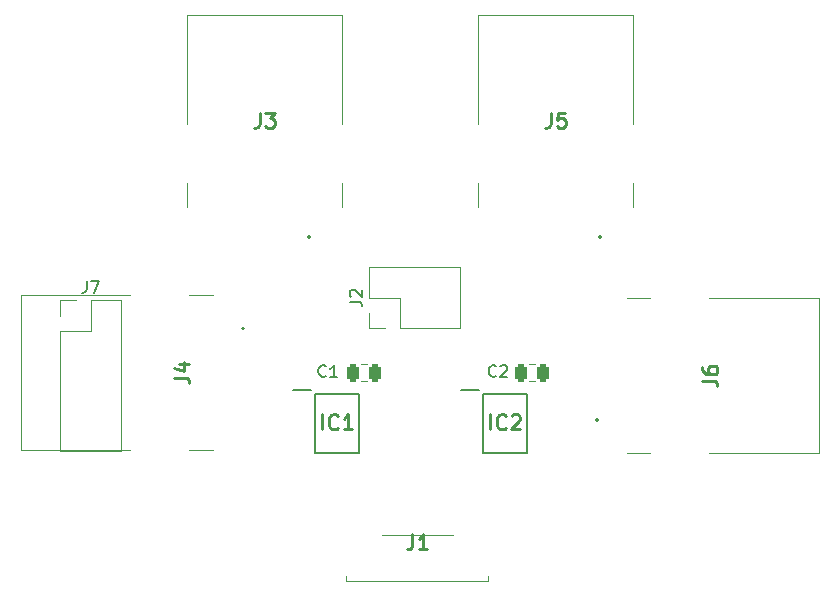
<source format=gto>
%TF.GenerationSoftware,KiCad,Pcbnew,7.0.0-da2b9df05c~163~ubuntu22.04.1*%
%TF.CreationDate,2023-02-19T22:43:29+00:00*%
%TF.ProjectId,userioswitch,75736572-696f-4737-9769-7463682e6b69,rev?*%
%TF.SameCoordinates,Original*%
%TF.FileFunction,Legend,Top*%
%TF.FilePolarity,Positive*%
%FSLAX46Y46*%
G04 Gerber Fmt 4.6, Leading zero omitted, Abs format (unit mm)*
G04 Created by KiCad (PCBNEW 7.0.0-da2b9df05c~163~ubuntu22.04.1) date 2023-02-19 22:43:29*
%MOMM*%
%LPD*%
G01*
G04 APERTURE LIST*
G04 Aperture macros list*
%AMRoundRect*
0 Rectangle with rounded corners*
0 $1 Rounding radius*
0 $2 $3 $4 $5 $6 $7 $8 $9 X,Y pos of 4 corners*
0 Add a 4 corners polygon primitive as box body*
4,1,4,$2,$3,$4,$5,$6,$7,$8,$9,$2,$3,0*
0 Add four circle primitives for the rounded corners*
1,1,$1+$1,$2,$3*
1,1,$1+$1,$4,$5*
1,1,$1+$1,$6,$7*
1,1,$1+$1,$8,$9*
0 Add four rect primitives between the rounded corners*
20,1,$1+$1,$2,$3,$4,$5,0*
20,1,$1+$1,$4,$5,$6,$7,0*
20,1,$1+$1,$6,$7,$8,$9,0*
20,1,$1+$1,$8,$9,$2,$3,0*%
G04 Aperture macros list end*
%ADD10C,0.254000*%
%ADD11C,0.150000*%
%ADD12C,0.100000*%
%ADD13C,0.200000*%
%ADD14C,0.120000*%
%ADD15C,0.001000*%
%ADD16R,2.600000X0.900000*%
%ADD17R,2.150000X0.900000*%
%ADD18C,3.438000*%
%ADD19R,0.900000X2.600000*%
%ADD20R,0.900000X2.150000*%
%ADD21C,3.800000*%
%ADD22R,0.700000X1.800000*%
%ADD23R,1.475000X0.450000*%
%ADD24R,1.700000X1.700000*%
%ADD25O,1.700000X1.700000*%
%ADD26RoundRect,0.250000X0.250000X0.475000X-0.250000X0.475000X-0.250000X-0.475000X0.250000X-0.475000X0*%
%ADD27C,3.600000*%
%ADD28C,6.400000*%
G04 APERTURE END LIST*
D10*
%TO.C,J6*%
X226272073Y-92625332D02*
X227179216Y-92625332D01*
X227179216Y-92625332D02*
X227360645Y-92685809D01*
X227360645Y-92685809D02*
X227481597Y-92806761D01*
X227481597Y-92806761D02*
X227542073Y-92988190D01*
X227542073Y-92988190D02*
X227542073Y-93109142D01*
X226272073Y-91476285D02*
X226272073Y-91718190D01*
X226272073Y-91718190D02*
X226332550Y-91839142D01*
X226332550Y-91839142D02*
X226393026Y-91899618D01*
X226393026Y-91899618D02*
X226574454Y-92020571D01*
X226574454Y-92020571D02*
X226816359Y-92081047D01*
X226816359Y-92081047D02*
X227300169Y-92081047D01*
X227300169Y-92081047D02*
X227421121Y-92020571D01*
X227421121Y-92020571D02*
X227481597Y-91960094D01*
X227481597Y-91960094D02*
X227542073Y-91839142D01*
X227542073Y-91839142D02*
X227542073Y-91597237D01*
X227542073Y-91597237D02*
X227481597Y-91476285D01*
X227481597Y-91476285D02*
X227421121Y-91415809D01*
X227421121Y-91415809D02*
X227300169Y-91355332D01*
X227300169Y-91355332D02*
X226997788Y-91355332D01*
X226997788Y-91355332D02*
X226876835Y-91415809D01*
X226876835Y-91415809D02*
X226816359Y-91476285D01*
X226816359Y-91476285D02*
X226755883Y-91597237D01*
X226755883Y-91597237D02*
X226755883Y-91839142D01*
X226755883Y-91839142D02*
X226816359Y-91960094D01*
X226816359Y-91960094D02*
X226876835Y-92020571D01*
X226876835Y-92020571D02*
X226997788Y-92081047D01*
%TO.C,J5*%
X213444667Y-69933573D02*
X213444667Y-70840716D01*
X213444667Y-70840716D02*
X213384190Y-71022145D01*
X213384190Y-71022145D02*
X213263238Y-71143097D01*
X213263238Y-71143097D02*
X213081809Y-71203573D01*
X213081809Y-71203573D02*
X212960857Y-71203573D01*
X214654190Y-69933573D02*
X214049428Y-69933573D01*
X214049428Y-69933573D02*
X213988952Y-70538335D01*
X213988952Y-70538335D02*
X214049428Y-70477859D01*
X214049428Y-70477859D02*
X214170381Y-70417383D01*
X214170381Y-70417383D02*
X214472762Y-70417383D01*
X214472762Y-70417383D02*
X214593714Y-70477859D01*
X214593714Y-70477859D02*
X214654190Y-70538335D01*
X214654190Y-70538335D02*
X214714667Y-70659288D01*
X214714667Y-70659288D02*
X214714667Y-70961669D01*
X214714667Y-70961669D02*
X214654190Y-71082621D01*
X214654190Y-71082621D02*
X214593714Y-71143097D01*
X214593714Y-71143097D02*
X214472762Y-71203573D01*
X214472762Y-71203573D02*
X214170381Y-71203573D01*
X214170381Y-71203573D02*
X214049428Y-71143097D01*
X214049428Y-71143097D02*
X213988952Y-71082621D01*
%TO.C,J4*%
X181568573Y-92371332D02*
X182475716Y-92371332D01*
X182475716Y-92371332D02*
X182657145Y-92431809D01*
X182657145Y-92431809D02*
X182778097Y-92552761D01*
X182778097Y-92552761D02*
X182838573Y-92734190D01*
X182838573Y-92734190D02*
X182838573Y-92855142D01*
X181991907Y-91222285D02*
X182838573Y-91222285D01*
X181508097Y-91524666D02*
X182415240Y-91827047D01*
X182415240Y-91827047D02*
X182415240Y-91040856D01*
%TO.C,J3*%
X188806667Y-69933573D02*
X188806667Y-70840716D01*
X188806667Y-70840716D02*
X188746190Y-71022145D01*
X188746190Y-71022145D02*
X188625238Y-71143097D01*
X188625238Y-71143097D02*
X188443809Y-71203573D01*
X188443809Y-71203573D02*
X188322857Y-71203573D01*
X189290476Y-69933573D02*
X190076667Y-69933573D01*
X190076667Y-69933573D02*
X189653333Y-70417383D01*
X189653333Y-70417383D02*
X189834762Y-70417383D01*
X189834762Y-70417383D02*
X189955714Y-70477859D01*
X189955714Y-70477859D02*
X190016190Y-70538335D01*
X190016190Y-70538335D02*
X190076667Y-70659288D01*
X190076667Y-70659288D02*
X190076667Y-70961669D01*
X190076667Y-70961669D02*
X190016190Y-71082621D01*
X190016190Y-71082621D02*
X189955714Y-71143097D01*
X189955714Y-71143097D02*
X189834762Y-71203573D01*
X189834762Y-71203573D02*
X189471905Y-71203573D01*
X189471905Y-71203573D02*
X189350952Y-71143097D01*
X189350952Y-71143097D02*
X189290476Y-71082621D01*
%TO.C,J1*%
X201724667Y-105622573D02*
X201724667Y-106529716D01*
X201724667Y-106529716D02*
X201664190Y-106711145D01*
X201664190Y-106711145D02*
X201543238Y-106832097D01*
X201543238Y-106832097D02*
X201361809Y-106892573D01*
X201361809Y-106892573D02*
X201240857Y-106892573D01*
X202994667Y-106892573D02*
X202268952Y-106892573D01*
X202631809Y-106892573D02*
X202631809Y-105622573D01*
X202631809Y-105622573D02*
X202510857Y-105804002D01*
X202510857Y-105804002D02*
X202389905Y-105924954D01*
X202389905Y-105924954D02*
X202268952Y-105985430D01*
%TO.C,IC2*%
X208310237Y-96732573D02*
X208310237Y-95462573D01*
X209640714Y-96611621D02*
X209580238Y-96672097D01*
X209580238Y-96672097D02*
X209398809Y-96732573D01*
X209398809Y-96732573D02*
X209277857Y-96732573D01*
X209277857Y-96732573D02*
X209096428Y-96672097D01*
X209096428Y-96672097D02*
X208975476Y-96551145D01*
X208975476Y-96551145D02*
X208914999Y-96430192D01*
X208914999Y-96430192D02*
X208854523Y-96188288D01*
X208854523Y-96188288D02*
X208854523Y-96006859D01*
X208854523Y-96006859D02*
X208914999Y-95764954D01*
X208914999Y-95764954D02*
X208975476Y-95644002D01*
X208975476Y-95644002D02*
X209096428Y-95523050D01*
X209096428Y-95523050D02*
X209277857Y-95462573D01*
X209277857Y-95462573D02*
X209398809Y-95462573D01*
X209398809Y-95462573D02*
X209580238Y-95523050D01*
X209580238Y-95523050D02*
X209640714Y-95583526D01*
X210124523Y-95583526D02*
X210184999Y-95523050D01*
X210184999Y-95523050D02*
X210305952Y-95462573D01*
X210305952Y-95462573D02*
X210608333Y-95462573D01*
X210608333Y-95462573D02*
X210729285Y-95523050D01*
X210729285Y-95523050D02*
X210789761Y-95583526D01*
X210789761Y-95583526D02*
X210850238Y-95704478D01*
X210850238Y-95704478D02*
X210850238Y-95825430D01*
X210850238Y-95825430D02*
X210789761Y-96006859D01*
X210789761Y-96006859D02*
X210064047Y-96732573D01*
X210064047Y-96732573D02*
X210850238Y-96732573D01*
%TO.C,IC1*%
X194086237Y-96732573D02*
X194086237Y-95462573D01*
X195416714Y-96611621D02*
X195356238Y-96672097D01*
X195356238Y-96672097D02*
X195174809Y-96732573D01*
X195174809Y-96732573D02*
X195053857Y-96732573D01*
X195053857Y-96732573D02*
X194872428Y-96672097D01*
X194872428Y-96672097D02*
X194751476Y-96551145D01*
X194751476Y-96551145D02*
X194690999Y-96430192D01*
X194690999Y-96430192D02*
X194630523Y-96188288D01*
X194630523Y-96188288D02*
X194630523Y-96006859D01*
X194630523Y-96006859D02*
X194690999Y-95764954D01*
X194690999Y-95764954D02*
X194751476Y-95644002D01*
X194751476Y-95644002D02*
X194872428Y-95523050D01*
X194872428Y-95523050D02*
X195053857Y-95462573D01*
X195053857Y-95462573D02*
X195174809Y-95462573D01*
X195174809Y-95462573D02*
X195356238Y-95523050D01*
X195356238Y-95523050D02*
X195416714Y-95583526D01*
X196626238Y-96732573D02*
X195900523Y-96732573D01*
X196263380Y-96732573D02*
X196263380Y-95462573D01*
X196263380Y-95462573D02*
X196142428Y-95644002D01*
X196142428Y-95644002D02*
X196021476Y-95764954D01*
X196021476Y-95764954D02*
X195900523Y-95825430D01*
D11*
%TO.C,J2*%
X196427380Y-85931333D02*
X197141666Y-85931333D01*
X197141666Y-85931333D02*
X197284523Y-85978952D01*
X197284523Y-85978952D02*
X197379761Y-86074190D01*
X197379761Y-86074190D02*
X197427380Y-86217047D01*
X197427380Y-86217047D02*
X197427380Y-86312285D01*
X196522619Y-85502761D02*
X196475000Y-85455142D01*
X196475000Y-85455142D02*
X196427380Y-85359904D01*
X196427380Y-85359904D02*
X196427380Y-85121809D01*
X196427380Y-85121809D02*
X196475000Y-85026571D01*
X196475000Y-85026571D02*
X196522619Y-84978952D01*
X196522619Y-84978952D02*
X196617857Y-84931333D01*
X196617857Y-84931333D02*
X196713095Y-84931333D01*
X196713095Y-84931333D02*
X196855952Y-84978952D01*
X196855952Y-84978952D02*
X197427380Y-85550380D01*
X197427380Y-85550380D02*
X197427380Y-84931333D01*
%TO.C,C2*%
X208809333Y-92220142D02*
X208761714Y-92267761D01*
X208761714Y-92267761D02*
X208618857Y-92315380D01*
X208618857Y-92315380D02*
X208523619Y-92315380D01*
X208523619Y-92315380D02*
X208380762Y-92267761D01*
X208380762Y-92267761D02*
X208285524Y-92172523D01*
X208285524Y-92172523D02*
X208237905Y-92077285D01*
X208237905Y-92077285D02*
X208190286Y-91886809D01*
X208190286Y-91886809D02*
X208190286Y-91743952D01*
X208190286Y-91743952D02*
X208237905Y-91553476D01*
X208237905Y-91553476D02*
X208285524Y-91458238D01*
X208285524Y-91458238D02*
X208380762Y-91363000D01*
X208380762Y-91363000D02*
X208523619Y-91315380D01*
X208523619Y-91315380D02*
X208618857Y-91315380D01*
X208618857Y-91315380D02*
X208761714Y-91363000D01*
X208761714Y-91363000D02*
X208809333Y-91410619D01*
X209190286Y-91410619D02*
X209237905Y-91363000D01*
X209237905Y-91363000D02*
X209333143Y-91315380D01*
X209333143Y-91315380D02*
X209571238Y-91315380D01*
X209571238Y-91315380D02*
X209666476Y-91363000D01*
X209666476Y-91363000D02*
X209714095Y-91410619D01*
X209714095Y-91410619D02*
X209761714Y-91505857D01*
X209761714Y-91505857D02*
X209761714Y-91601095D01*
X209761714Y-91601095D02*
X209714095Y-91743952D01*
X209714095Y-91743952D02*
X209142667Y-92315380D01*
X209142667Y-92315380D02*
X209761714Y-92315380D01*
%TO.C,J7*%
X174159666Y-84164380D02*
X174159666Y-84878666D01*
X174159666Y-84878666D02*
X174112047Y-85021523D01*
X174112047Y-85021523D02*
X174016809Y-85116761D01*
X174016809Y-85116761D02*
X173873952Y-85164380D01*
X173873952Y-85164380D02*
X173778714Y-85164380D01*
X174540619Y-84164380D02*
X175207285Y-84164380D01*
X175207285Y-84164380D02*
X174778714Y-85164380D01*
%TO.C,C1*%
X194397333Y-92220142D02*
X194349714Y-92267761D01*
X194349714Y-92267761D02*
X194206857Y-92315380D01*
X194206857Y-92315380D02*
X194111619Y-92315380D01*
X194111619Y-92315380D02*
X193968762Y-92267761D01*
X193968762Y-92267761D02*
X193873524Y-92172523D01*
X193873524Y-92172523D02*
X193825905Y-92077285D01*
X193825905Y-92077285D02*
X193778286Y-91886809D01*
X193778286Y-91886809D02*
X193778286Y-91743952D01*
X193778286Y-91743952D02*
X193825905Y-91553476D01*
X193825905Y-91553476D02*
X193873524Y-91458238D01*
X193873524Y-91458238D02*
X193968762Y-91363000D01*
X193968762Y-91363000D02*
X194111619Y-91315380D01*
X194111619Y-91315380D02*
X194206857Y-91315380D01*
X194206857Y-91315380D02*
X194349714Y-91363000D01*
X194349714Y-91363000D02*
X194397333Y-91410619D01*
X195349714Y-92315380D02*
X194778286Y-92315380D01*
X195064000Y-92315380D02*
X195064000Y-91315380D01*
X195064000Y-91315380D02*
X194968762Y-91458238D01*
X194968762Y-91458238D02*
X194873524Y-91553476D01*
X194873524Y-91553476D02*
X194778286Y-91601095D01*
D12*
%TO.C,J6*%
X219886500Y-98752000D02*
X221886500Y-98752000D01*
X226885500Y-98752000D02*
X236186500Y-98752000D01*
X236186500Y-98752000D02*
X236186500Y-85652000D01*
D13*
X217253500Y-95952000D02*
X217253500Y-95952000D01*
X217453500Y-95952000D02*
X217453500Y-95952000D01*
D12*
X219886500Y-85652000D02*
X221886500Y-85652000D01*
X236186500Y-85652000D02*
X226885500Y-85652000D01*
D13*
X217453500Y-95952000D02*
G75*
G03*
X217253500Y-95952000I-100000J0D01*
G01*
X217253500Y-95952000D02*
G75*
G03*
X217453500Y-95952000I100000J0D01*
G01*
D12*
%TO.C,J5*%
X220418000Y-77926000D02*
X220418000Y-75926000D01*
X220418000Y-70927000D02*
X220418000Y-61626000D01*
X220418000Y-61626000D02*
X207318000Y-61626000D01*
D13*
X217618000Y-80559000D02*
X217618000Y-80559000D01*
X217618000Y-80359000D02*
X217618000Y-80359000D01*
D12*
X207318000Y-77926000D02*
X207318000Y-75926000D01*
X207318000Y-61626000D02*
X207318000Y-70927000D01*
D13*
X217618000Y-80359000D02*
G75*
G03*
X217618000Y-80559000I0J-100000D01*
G01*
X217618000Y-80559000D02*
G75*
G03*
X217618000Y-80359000I0J100000D01*
G01*
%TO.C,J4*%
X187493000Y-88198000D02*
G75*
G03*
X187293000Y-88198000I-100000J0D01*
G01*
X187293000Y-88198000D02*
G75*
G03*
X187493000Y-88198000I100000J0D01*
G01*
D12*
X168560000Y-98498000D02*
X177861000Y-98498000D01*
X184860000Y-98498000D02*
X182860000Y-98498000D01*
D13*
X187293000Y-88198000D02*
X187293000Y-88198000D01*
X187493000Y-88198000D02*
X187493000Y-88198000D01*
D12*
X168560000Y-85398000D02*
X168560000Y-98498000D01*
X177861000Y-85398000D02*
X168560000Y-85398000D01*
X184860000Y-85398000D02*
X182860000Y-85398000D01*
%TO.C,J3*%
X195780000Y-77926000D02*
X195780000Y-75926000D01*
X195780000Y-70927000D02*
X195780000Y-61626000D01*
X195780000Y-61626000D02*
X182680000Y-61626000D01*
D13*
X192980000Y-80559000D02*
X192980000Y-80559000D01*
X192980000Y-80359000D02*
X192980000Y-80359000D01*
D12*
X182680000Y-77926000D02*
X182680000Y-75926000D01*
X182680000Y-61626000D02*
X182680000Y-70927000D01*
D13*
X192980000Y-80359000D02*
G75*
G03*
X192980000Y-80559000I0J-100000D01*
G01*
X192980000Y-80559000D02*
G75*
G03*
X192980000Y-80359000I0J100000D01*
G01*
D12*
%TO.C,J1*%
X208148000Y-109601000D02*
X208148000Y-109141000D01*
X199148000Y-105691000D02*
X205148000Y-105691000D01*
X196148000Y-109601000D02*
X208148000Y-109601000D01*
X196148000Y-109141000D02*
X196148000Y-109601000D01*
D13*
%TO.C,IC2*%
X205875000Y-93416000D02*
X207350000Y-93416000D01*
X211400000Y-98766000D02*
X207700000Y-98766000D01*
X207700000Y-93766000D02*
X211400000Y-93766000D01*
X211400000Y-93766000D02*
X211400000Y-98766000D01*
X207700000Y-98766000D02*
X207700000Y-93766000D01*
%TO.C,IC1*%
X191651000Y-93416000D02*
X193126000Y-93416000D01*
X197176000Y-98766000D02*
X193476000Y-98766000D01*
X193476000Y-93766000D02*
X197176000Y-93766000D01*
X197176000Y-93766000D02*
X197176000Y-98766000D01*
X193476000Y-98766000D02*
X193476000Y-93766000D01*
D14*
%TO.C,J2*%
X198060000Y-88198000D02*
X198060000Y-86868000D01*
X199390000Y-88198000D02*
X198060000Y-88198000D01*
X200660000Y-88198000D02*
X205800000Y-88198000D01*
X200660000Y-88198000D02*
X200660000Y-85598000D01*
X205800000Y-88198000D02*
X205800000Y-82998000D01*
X198060000Y-85598000D02*
X198060000Y-82998000D01*
X200660000Y-85598000D02*
X198060000Y-85598000D01*
X198060000Y-82998000D02*
X205800000Y-82998000D01*
%TO.C,C2*%
X212097252Y-92683000D02*
X211574748Y-92683000D01*
X212097252Y-91213000D02*
X211574748Y-91213000D01*
%TO.C,J7*%
X171893000Y-85797000D02*
X173223000Y-85797000D01*
X171893000Y-87127000D02*
X171893000Y-85797000D01*
X171893000Y-88397000D02*
X171893000Y-98617000D01*
X171893000Y-88397000D02*
X174493000Y-88397000D01*
X171893000Y-98617000D02*
X177093000Y-98617000D01*
X174493000Y-85797000D02*
X177093000Y-85797000D01*
X174493000Y-88397000D02*
X174493000Y-85797000D01*
X177093000Y-85797000D02*
X177093000Y-98617000D01*
%TO.C,C1*%
X197873252Y-92683000D02*
X197350748Y-92683000D01*
X197873252Y-91213000D02*
X197350748Y-91213000D01*
%TD*%
%LPC*%
D15*
%TO.C,J6*%
X224406500Y-95602000D03*
X224406500Y-88802000D03*
D16*
X219186499Y-95951999D03*
X219186499Y-93451999D03*
X219186499Y-90951999D03*
X219186499Y-88451999D03*
D17*
X218961499Y-87201999D03*
X218961499Y-89701999D03*
X218961499Y-92201999D03*
X218961499Y-94701999D03*
X218961499Y-97201999D03*
D18*
X224406500Y-99002000D03*
X224406500Y-85402000D03*
%TD*%
D15*
%TO.C,J5*%
X217268000Y-73406000D03*
X210468000Y-73406000D03*
D19*
X217617999Y-78625999D03*
X215117999Y-78625999D03*
X212617999Y-78625999D03*
X210117999Y-78625999D03*
D20*
X208867999Y-78850999D03*
X211367999Y-78850999D03*
X213867999Y-78850999D03*
X216367999Y-78850999D03*
X218867999Y-78850999D03*
D18*
X220668000Y-73406000D03*
X207068000Y-73406000D03*
%TD*%
%TO.C,J4*%
X180340000Y-98748000D03*
X180340000Y-85148000D03*
D17*
X185784999Y-86947999D03*
X185784999Y-89447999D03*
X185784999Y-91947999D03*
X185784999Y-94447999D03*
X185784999Y-96947999D03*
D16*
X185559999Y-95697999D03*
X185559999Y-93197999D03*
X185559999Y-90697999D03*
X185559999Y-88197999D03*
D15*
X180340000Y-95348000D03*
X180340000Y-88548000D03*
%TD*%
%TO.C,J3*%
X192630000Y-73406000D03*
X185830000Y-73406000D03*
D19*
X192979999Y-78625999D03*
X190479999Y-78625999D03*
X187979999Y-78625999D03*
X185479999Y-78625999D03*
D20*
X184229999Y-78850999D03*
X186729999Y-78850999D03*
X189229999Y-78850999D03*
X191729999Y-78850999D03*
X194229999Y-78850999D03*
D18*
X196030000Y-73406000D03*
X182430000Y-73406000D03*
%TD*%
D21*
%TO.C,J1*%
X207998000Y-106601000D03*
X196298000Y-106601000D03*
D22*
X206147999Y-104150999D03*
X204147999Y-104150999D03*
X202147999Y-104150999D03*
X200147999Y-104150999D03*
X198147999Y-104150999D03*
X199147999Y-104150999D03*
X201147999Y-104150999D03*
X203147999Y-104150999D03*
X205147999Y-104150999D03*
D15*
X204398000Y-106601000D03*
X199898000Y-106601000D03*
%TD*%
D23*
%TO.C,IC2*%
X206611999Y-93990999D03*
X206611999Y-94640999D03*
X206611999Y-95290999D03*
X206611999Y-95940999D03*
X206611999Y-96590999D03*
X206611999Y-97240999D03*
X206611999Y-97890999D03*
X206611999Y-98540999D03*
X212487999Y-98540999D03*
X212487999Y-97890999D03*
X212487999Y-97240999D03*
X212487999Y-96590999D03*
X212487999Y-95940999D03*
X212487999Y-95290999D03*
X212487999Y-94640999D03*
X212487999Y-93990999D03*
%TD*%
%TO.C,IC1*%
X192387999Y-93990999D03*
X192387999Y-94640999D03*
X192387999Y-95290999D03*
X192387999Y-95940999D03*
X192387999Y-96590999D03*
X192387999Y-97240999D03*
X192387999Y-97890999D03*
X192387999Y-98540999D03*
X198263999Y-98540999D03*
X198263999Y-97890999D03*
X198263999Y-97240999D03*
X198263999Y-96590999D03*
X198263999Y-95940999D03*
X198263999Y-95290999D03*
X198263999Y-94640999D03*
X198263999Y-93990999D03*
%TD*%
D24*
%TO.C,J2*%
X199389999Y-86867999D03*
D25*
X199389999Y-84327999D03*
X201929999Y-86867999D03*
X201929999Y-84327999D03*
X204469999Y-86867999D03*
X204469999Y-84327999D03*
%TD*%
D26*
%TO.C,C2*%
X212786000Y-91948000D03*
X210886000Y-91948000D03*
%TD*%
D27*
%TO.C,H1*%
X175000000Y-71000000D03*
D28*
X175000000Y-71000000D03*
%TD*%
D24*
%TO.C,J7*%
X173222999Y-87126999D03*
D25*
X175762999Y-87126999D03*
X173222999Y-89666999D03*
X175762999Y-89666999D03*
X173222999Y-92206999D03*
X175762999Y-92206999D03*
X173222999Y-94746999D03*
X175762999Y-94746999D03*
X173222999Y-97286999D03*
X175762999Y-97286999D03*
%TD*%
D27*
%TO.C,H4*%
X229000000Y-71000000D03*
D28*
X229000000Y-71000000D03*
%TD*%
D27*
%TO.C,H2*%
X175000000Y-105000000D03*
D28*
X175000000Y-105000000D03*
%TD*%
D27*
%TO.C,H3*%
X229000000Y-105000000D03*
D28*
X229000000Y-105000000D03*
%TD*%
D26*
%TO.C,C1*%
X198562000Y-91948000D03*
X196662000Y-91948000D03*
%TD*%
M02*

</source>
